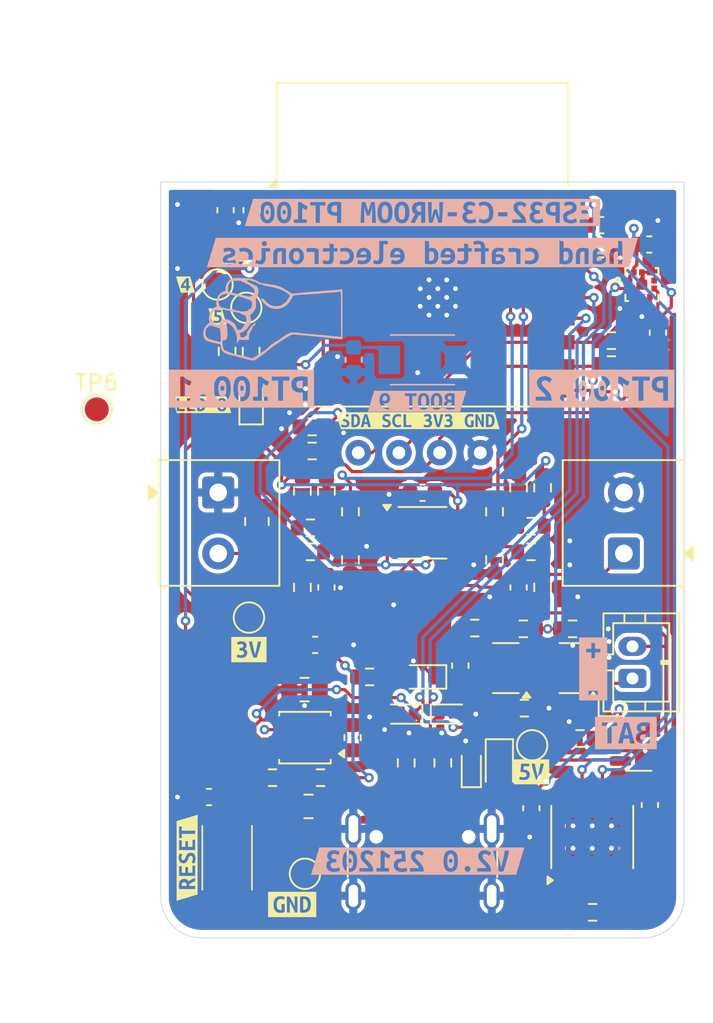
<source format=kicad_pcb>
(kicad_pcb (version 20241229) (generator "pcbnew") (generator_version "9.0")
  (title_block (comment 4 "AISLER Project ID: GSYNATTN"))
  (layers (0 "F.Cu" signal) (2 "B.Cu" signal) (13 "F.Paste" user) (15 "B.Paste" user) (5 "F.SilkS" user "F.Silkscreen") (7 "B.SilkS" user "B.Silkscreen") (1 "F.Mask" user) (3 "B.Mask" user) (25 "Edge.Cuts" user))
  (net 0 "")
  (net 1 "+5V")
  (net 2 "GND")
  (net 3 "+3.3V")
  (net 4 "/Controller/GPIO9")
  (net 5 "/Controller/EN")
  (net 6 "/Controller/USB-")
  (net 7 "Net-(D5-A)")
  (net 8 "/Controller/USB+")
  (net 9 "/Controller/GPIO8")
  (net 12 "Net-(J4-CC2)")
  (net 13 "Net-(J4-CC1)")
  (net 14 "/Power Supply/battery+")
  (net 15 "Net-(J2-Pin_1)")
  (net 16 "Net-(U4A--)")
  (net 17 "Net-(U4B--)")
  (net 18 "/Controller/PT100_2")
  (net 19 "/Controller/PT100_1")
  (net 20 "/Controller/SHDN1")
  (net 21 "/Controller/I2C_SDA")
  (net 22 "/Controller/I2C_SCL")
  (net 23 "USB5V")
  (net 24 "/Power Supply/battery-")
  (net 25 "Net-(U3-VCC)")
  (net 26 "Net-(Q1A-D)")
  (net 27 "Net-(Q1B-G)")
  (net 28 "Net-(Q1A-G)")
  (net 29 "Net-(U3-CS)")
  (net 30 "Net-(U6-ISET)")
  (net 31 "/Controller/CHARGING")
  (net 32 "/Controller/UBAT")
  (net 35 "Net-(U1-IO7)")
  (net 36 "Net-(D6-A)")
  (net 38 "Net-(U1-IO5)")
  (net 39 "/Controller/READY")
  (net 40 "Net-(U1-IO4)")
  (net 41 "Net-(U4A-+)")
  (net 42 "Net-(R10-Pad1)")
  (net 43 "Net-(U4B-+)")
  (net 44 "Net-(R13-Pad1)")
  (net 45 "Net-(U1-IO6)")
  (net 46 "Net-(J1-Pin_2)")
  (net 47 "Net-(U2-LX1)")
  (net 48 "Net-(U2-LX2)")
  (net 49 "Net-(U2-FB)")
  (net 50 "/Power Supply/PS")
  (footprint "Resistor_SMD:R_0603_1608Metric" (layer "F.Cu") (at 148.3 77.69 -90)
    (property "Reference" "R26" (hide yes))
    (property "Value" "3K3 .1%")
  )
  (footprint "Resistor_SMD:R_0603_1608Metric" (layer "F.Cu") (at 147.575 81.69 180)
    (property "Reference" "R14" (hide yes))
    (property "Value" "10K .1%")
  )
  (footprint "kibuzzard-68EE7166" (layer "F.Cu") (at 126 65)
    (property "Reference" "kibuzzard-68EE7166" (hide yes))
    (property "Value" "G***" (hide yes))
  )
  (footprint "Resistor_SMD:R_0603_1608Metric" (layer "F.Cu") (at 150.632915 93.344511 180)
    (property "Reference" "R32" (hide yes))
    (property "Value" "10K")
  )
  (footprint "Resistor_SMD:R_0603_1608Metric" (layer "F.Cu") (at 152.6 70)
    (property "Reference" "R22" (hide yes))
    (property "Value" "10k")
  )
  (footprint "Capacitor_SMD:C_0603_1608Metric" (layer "F.Cu") (at 128.5 60.358 -90)
    (property "Reference" "C4" (hide yes))
    (property "Value" "10u 10V")
  )
  (footprint "Resistor_SMD:R_0603_1608Metric" (layer "F.Cu") (at 137.5 89.5)
    (property "Reference" "R3" (hide yes))
    (property "Value" "5k1")
  )
  (footprint "Package_TO_SOT_SMD:SOT-23-3" (layer "F.Cu") (at 154.3 93.8)
    (property "Reference" "Q2" (hide yes))
    (property "Value" "DMG2305UX")
  )
  (footprint "Resistor_SMD:R_0603_1608Metric" (layer "F.Cu") (at 136.3 82.19 -90)
    (property "Reference" "R29" (hide yes))
    (property "Value" "1M .1%")
  )
  (footprint "kibuzzard-68E98065" (layer "F.Cu") (at 127 72.5)
    (property "Reference" "kibuzzard-68E98065" (hide yes))
    (property "Value" "G***" (hide yes))
  )
  (footprint "Connector_JST:JST_PH_B2B-PH-K_1x02_P2.00mm_Vertical" (layer "F.Cu") (at 153.91 89.592 90)
    (property "Reference" "J8" (hide yes))
    (property "Value" "Conn_01x02_Pin")
  )
  (footprint "Resistor_SMD:R_0603_1608Metric" (layer "F.Cu") (at 152.6 68.5)
    (property "Reference" "R23" (hide yes))
    (property "Value" "10k")
  )
  (footprint "Capacitor_SMD:C_0603_1608Metric" (layer "F.Cu") (at 134.1 87.5)
    (property "Reference" "C3" (hide yes))
    (property "Value" "100n")
  )
  (footprint "Capacitor_SMD:C_0603_1608Metric" (layer "F.Cu") (at 151.96 61.292)
    (property "Reference" "C1" (hide yes))
    (property "Value" "10n")
  )
  (footprint "Resistor_SMD:R_0603_1608Metric" (layer "F.Cu") (at 151.425 104.2)
    (property "Reference" "R16" (hide yes))
    (property "Value" "3K9")
  )
  (footprint "Capacitor_SMD:C_0603_1608Metric" (layer "F.Cu") (at 154.96 62.5)
    (property "Reference" "C15" (hide yes))
    (property "Value" "100n")
  )
  (footprint "Capacitor_SMD:C_0805_2012Metric" (layer "F.Cu") (at 133.435 90.292 180)
    (property "Reference" "C13" (hide yes))
    (property "Value" "20u 10V")
  )
  (footprint "_PS_LIB_PCB:Xunpu TS-1088" (layer "F.Cu") (at 128.6 100.792 90)
    (property "Reference" "SW2" (hide yes))
    (property "Value" "SW_MEC_5G")
  )
  (footprint "TestPoint:TestPoint_Pad_D1.5mm" (layer "F.Cu") (at 129.96 85.792)
    (property "Reference" "TP4" (hide yes))
    (property "Value" "TestPoint")
  )
  (footprint "TestPoint:TestPoint_Pad_D1.5mm" (layer "F.Cu") (at 133.46 101.792)
    (property "Reference" "TP3" (hide yes))
    (property "Value" "TestPoint")
  )
  (footprint "Resistor_SMD:R_0603_1608Metric" (layer "F.Cu") (at 139.784 94.87 90)
    (property "Reference" "R2" (hide yes))
    (property "Value" "5k1")
  )
  (footprint "Resistor_SMD:R_0603_1608Metric" (layer "F.Cu") (at 133.3 83.915 90)
    (property "Reference" "R27" (hide yes))
    (property "Value" "3K3 .1%")
  )
  (footprint "Resistor_SMD:R_0603_1608Metric" (layer "F.Cu") (at 150.175 86.5)
    (property "Reference" "R21" (hide yes))
    (property "Value" "100K")
  )
  (footprint "Resistor_SMD:R_0603_1608Metric" (layer "F.Cu") (at 130.1 69.175 90)
    (property "Reference" "R6" (hide yes))
    (property "Value" "5k1")
  )
  (footprint "Capacitor_SMD:C_0603_1608Metric" (layer "F.Cu") (at 130.132 60.358 -90)
    (property "Reference" "C5" (hide yes))
    (property "Value" "100n")
  )
  (footprint "Resistor_SMD:R_0603_1608Metric" (layer "F.Cu") (at 147.575 80.09 180)
    (property "Reference" "R13" (hide yes))
    (property "Value" "10K .1%")
  )
  (footprint "_PS_LIB_PCB:TerminalBlock_Phoenix_MKDS-1-2-3.81_1x02_P3.81mm_Horizontal" (layer "F.Cu") (at 153.3775 81.792 90)
    (property "Reference" "J2" (hide yes))
    (property "Value" "Conn_01x02_Socket")
  )
  (footprint "Resistor_SMD:R_0603_1608Metric" (layer "F.Cu") (at 134.8 77.89 90)
    (property "Reference" "R10" (hide yes))
    (property "Value" "91R .1%")
  )
  (footprint "Capacitor_SMD:C_0603_1608Metric" (layer "F.Cu") (at 147.6 97.7 -90)
    (property "Reference" "C6" (hide yes))
    (property "Value" "100n")
  )
  (footprint "Resistor_SMD:R_0603_1608Metric" (layer "F.Cu") (at 147.1 86.5)
    (property "Reference" "R20" (hide yes))
    (property "Value" "100K")
  )
  (footprint "BMP388:PQFN50P200X200X80-10N" (layer "F.Cu") (at 154.5 65)
    (property "Reference" "U8" (hide yes))
    (property "Value" "BMP388")
  )
  (footprint "Capacitor_SMD:C_0805_2012Metric" (layer "F.Cu") (at 133.680594 97.585267 180)
    (property "Reference" "C18" (hide yes))
    (property "Value" "20u 10V")
  )
  (footprint "Capacitor_SMD:C_0603_1608Metric" (layer "F.Cu") (at 155.5 68 -90)
    (property "Reference" "C16" (hide yes))
    (property "Value" "100n")
  )
  (footprint "RF_Module:ESP32-C3-WROOM-02" (layer "F.Cu") (at 140.8 65.608)
    (property "Reference" "U1" (hide yes))
    (property "Value" "ESP32-C3-WROOM-02")
  )
  (footprint "Diode_SMD:D_SOD-323" (layer "F.Cu") (at 145.6 95 -90)
    (property "Reference" "D2" (hide yes))
    (property "Value" "1N5819WS")
  )
  (footprint "Resistor_SMD:R_0603_1608Metric" (layer "F.Cu") (at 133.8 81.69)
    (property "Reference" "R9" (hide yes))
    (property "Value" "10K .1%")
  )
  (footprint "Resistor_SMD:R_0603_1608Metric" (layer "F.Cu") (at 145.3 82.19 -90)
    (property "Reference" "R12" (hide yes))
    (property "Value" "1M .1%")
  )
  (footprint "Diode_SMD:D_SOD-523" (layer "F.Cu") (at 139.53 91.822 180)
    (property "Reference" "D1" (hide yes))
    (property "Value" "LESD5D5.0CT1G")
  )
  (footprint "Resistor_SMD:R_0603_1608Metric" (layer "F.Cu") (at 133.908499 75.392901 180)
    (property "Reference" "R31" (hide yes))
    (property "Value" "10k")
  )
  (footprint "kibuzzard-679A5C2F" (layer "F.Cu") (at 126.1 100.792 90)
    (property "Reference" "kibuzzard-679A5C2F" (hide yes))
    (property "Value" "G***" (hide yes))
  )
  (footprint "Resistor_SMD:R_0603_1608Metric" (layer "F.Cu") (at 133.908499 73.892901)
    (property "Reference" "R30" (hide yes))
    (property "Value" "10k")
  )
  (footprint "Package_TO_SOT_SMD:SOT-23-6" (layer "F.Cu") (at 146 88.95 180)
    (property "Reference" "U3" (hide yes))
    (property "Value" "DW01A")
  )
  (footprint "Resistor_SMD:R_0603_1608Metric" (layer "F.Cu") (at 134.435 95.792 180)
    (property "Reference" "R33" (hide yes))
    (property "Value" "470K")
  )
  (footprint "Resistor_SMD:R_0603_1608Metric" (layer "F.Cu") (at 136.3 79.19 90)
    (property "Reference" "R17" (hide yes))
    (property "Value" "1M .1%")
  )
  (footprint "Resistor_SMD:R_0603_1608Metric" (layer "F.Cu") (at 144.0625 86.45 180)
    (property "Reference" "R7" (hide yes))
    (property "Value" "100R")
  )
  (footprint "Package_DFN_QFN:WDFN-10-1EP_3x3mm_P0.5mm_EP1.8x2.5mm" (layer "F.Cu") (at 133.46 93.292 180)
    (property "Reference" "U2" (hide yes))
    (property "Value" "RT6150A")
  )
  (footprint "kibuzzard-68E9870E" (layer "F.Cu") (at 147.608008 95.425975)
    (property "Reference" "kibuzzard-68E9870E" (hide yes))
    (property "Value" "G***" (hide yes))
  )
  (footprint "Resistor_SMD:R_0603_1608Metric" (layer "F.Cu") (at 133.3 77.89 -90)
    (property "Reference" "R28" (hide yes))
    (property "Value" "3K3 .1%")
  )
  (footprint "Resistor_SMD:R_0603_1608Metric" (layer "F.Cu") (at 128.6 69.175 -90)
    (property "Reference" "R5" (hide yes))
    (property "Value" "10k")
  )
  (footprint "Package_SO:SOIC-8-1EP_3.9x4.9mm_P1.27mm_EP2.41x3.3mm_ThermalVias" (layer "F.Cu") (at 151.4 99.5 90)
    (property "Reference" "U6" (hide yes))
    (property "Value" "TP4056")
  )
  (footprint "_PS_LIB_PCB:TerminalBlock_Phoenix_MKDS-1-2-3.81_1x02_P3.81mm_Horizontal" (layer "F.Cu") (at 128.0425 77.982 -90)
    (property "Reference" "J1" (hide yes))
    (property "Value" "Conn_01x02_Socket")
  )
  (footprint "LED_SMD:LED_0603_1608Metric" (layer "F.Cu") (at 140.8 89.5 180)
    (property "Reference" "D5" (hide yes))
    (property "Value" "LED Rot")
  )
  (footprint "kibuzzard-68EE716B" (layer "F.Cu") (at 128 67)
    (property "Reference" "kibuzzard-68EE716B" (hide yes))
    (property "Value" "G***" (hide yes))
  )
  (footprint "Resistor_SMD:R_0603_1608Metric" (layer "F.Cu") (at 148.3 83.915 90)
    (property "Reference" "R24" (hide yes))
    (property "Value" "3K3 .1%")
  )
  (footprint "Connector_USB:USB_C_Receptacle_GCT_USB4105-xx-A_16P_TopMnt_Horizontal" (layer "F.Cu") (at 140.8 102.092)
    (property "Reference" "J4" (hide yes))
    (property "Value" "USB_C_Receptacle_USB2.0_16P")
  )
  (footprint "LED_SMD:LED_0603_1608Metric" (layer "F.Cu") (at 130.1 72.2485 90)
    (property "Reference" "D6" (hide yes))
    (property "Value" "LED Blau")
  )
  (footprint "TestPoint:TestPoint_Pad_D1.5mm" (layer "F.Cu") (at 129.7987 66.449915)
    (property "Reference" "TP2" (hide yes))
    (property "Value" "TestPoint")
  )
  (footprint "Diode_SMD:D_SOD-523" (layer "F.Cu") (at 143.848 95.124 90)
    (property "Reference" "D4" (hide yes))
    (property "Value" "LESD5D5.0CT1G")
  )
  (footprint "Resistor_SMD:R_0603_1608Metric" (layer "F.Cu") (at 131.435 95.792 180)
    (property "Reference" "R34" (hide yes))
    (property "Value" "82K")
  )
  (footprint "Package_SO:VSSOP-10_3x3mm_P0.5mm" (layer "F.Cu") (at 140.8 80.5)
    (property "Reference" "U4" (hide yes))
    (property "Value" "TLV9002S")
  )
  (footprint "TestPoint:TestPoint_Pad_D1.5mm" (layer "F.Cu") (at 147.647283 93.766579)
    (property "Reference" "TP5" (hide yes))
    (property "Value" "TestPoint")
  )
  (footprint "Resistor_SMD:R_0603_1608Metric" (layer "F.Cu") (at 146.8 77.69 90)
    (property "Reference" "R15" (hide yes))
    (property "Value" "91R .1%")
  )
  (footprint "Resistor_SMD:R_0603_1608Metric" (layer "F.Cu") (at 145.3 79.19 90)
    (property "Reference" "R25" (hide yes))
    (property "Value" "1M .1%")
  )
  (footprint "Capacitor_SMD:C_0603_1608Metric" (layer "F.Cu") (at 134.8 83.915 -90)
    (property "Reference" "C11" (hide yes))
    (property "Value" "10n")
  )
  (footprint "Capacitor_SMD:C_0603_1608Metric" (layer "F.Cu") (at 151.96 62.792)
    (property "Reference" "C2" (hide yes))
    (property "Value" "10n")
  )
  (footprint "Resistor_SMD:R_0603_1608Metric" (layer "F.Cu") (at 142.07 94.87 90)
    (property "Reference" "R1" (hide yes))
    (property "Value" "5k1")
  )
  (footprint "Resistor_SMD:R_0805_2012Metric" (layer "F.Cu") (at 130.46 79.792 90)
    (property "Reference" "R35" (hide yes))
    (property "Value" "PT100")
  )
  (footprint "kibuzzard-68E980D7" (layer "F.Cu") (at 140.5 73.5)
    (property "Reference" "kibuzzard-68E980D7" (hide yes))
    (property "Value" "G***" (hide yes))
  )
  (footprint "Diode_SMD:D_SOD-523" (layer "F.Cu") (at 142.578 91.822)
    (property "Reference" "D3" (hide yes))
    (property "Value" "LESD5D5.0CT1G")
  )
  (footprint "TestPoint:TestPoint_Pad_D1.5mm" (layer "F.Cu") (at 128 65)
    (property "Reference" "TP1" (hide yes))
    (property "Value" "TestPoint")
  )
  (footprint "Inductor_SMD:L_0603_1608Metric" (layer "F.Cu") (at 136.435 93.292 -90)
    (property "Reference" "L1" (hide yes))
    (property "Value" "2u2")
  )
  (footprint "TestPoint:TestPoint_Pad_D1.5mm" (layer "F.Cu") (at 120.46 72.792)
    (property "Reference" "TP6")
    (property "Value" "TestPoint")
  )
  (footprint "Capacitor_SMD:C_0603_1608Metric" (layer "F.Cu") (at 127.46 97 180)
    (property "Reference" "C8" (hide yes))
    (property "Value" "100n")
  )
  (footprint "kibuzzard-68E986B5" (layer "F.Cu") (at 129.96 87.792)
    (property "Reference" "kibuzzard-68E986B5" (hide yes))
    (property "Value" "G***" (hide yes))
  )
  (footprint "Capacitor_SMD:C_0603_1608Metric" (layer "F.Cu") (at 146.8 83.915 -90)
    (property "Reference" "C12" (hide yes))
    (property "Value" "10n")
  )
  (footprint "Package_TO_SOT_SMD:SOT-23-6" (layer "F.Cu") (at 150.1625 88.95 180)
    (property "Reference" "Q1" (hide yes))
    (property "Value" "Dual_NMOS_8205A")
  )
  (footprint "Resistor_SMD:R_0603_1608Metric" (layer "F.Cu") (at 147.1625 91.45)
    (property "Reference" "R8" (hide yes))
    (property "Value" "1K")
  )
  (footprint "kibuzzard-68E986EB" (layer "F.Cu") (at 132.662375 103.707453)
    (property "Reference" "kibuzzard-68E986EB" (hide yes))
    (property "Value" "G***" (hide yes))
  )
  (footprint "Capacitor_SMD:C_0603_1608Metric" (layer "F.Cu") (at 143.16 88.792 -90)
    (property "Reference" "C9" (hide yes))
    (property "Value" "100n")
  )
  (footprint "Resistor_SMD:R_0603_1608Metric" (layer "F.Cu") (at 133.8 80.19)
    (property "Reference" "R11" (hide yes))
    (property "Value" "10K .1%")
  )
  (footprint "Capacitor_SMD:C_0603_1608Metric" (layer "F.Cu") (at 155 97.5 -90)
    (property "Reference" "C17" (hide yes))
    (property "Value" "10u 10V")
  )
  (footprint "Resistor_SMD:R_0603_1608Metric" (layer "F.Cu") (at 129.5 62.97547 180)
    (property "Reference" "R4" (hide yes))
    (property "Value" "10k")
  )
  (footprint "Capacitor_SMD:C_0603_1608Metric" (layer "F.Cu") (at 140.8 78 180)
    (property "Reference" "C10" (hide yes))
    (property "Value" "100n")
  )
  (footprint "Capacitor_SMD:C_0603_1608Metric" (layer "B.Cu") (at 136.5 69.7 -90)
    (property "Reference" "C7" (hide yes))
    (property "Value" "100n")
  )
  (footprint "_PS_LIB_PCB:Xunpu TS-1088" (layer "B.Cu") (at 140.8 69.7 180)
    (property "Reference" "SW1" (hide yes))
    (property "Value" "SW_MEC_5G")
  )
  (footprint "kibuzzard-68E97F46" (layer "B.Cu") (at 140.46 72.292 180)
    (property "Reference" "kibuzzard-68E97F46" (hide yes))
    (property "Value" "G***" (hide yes))
  )
  (footprint "kibuzzard-69307756" (layer "B.Cu") (at 151.46 89 180)
    (property "Reference" "kibuzzard-69307756" (hide yes))
    (property "Value" "G***" (hide yes))
  )
  (footprint "kibuzzard-679A571E" (layer "B.Cu") (at 140.8 63 180)
    (property "Reference" "kibuzzard-679A571E" (hide yes))
    (property "Value" "G***" (hide yes))
  )
  (footprint "kibuzzard-68E983D3" (layer "B.Cu") (at 129.5 71.5 180)
    (property "Reference" "kibuzzard-68E983D3" (hide yes))
    (property "Value" "G***" (hide yes))
  )
  (footprint "kibuzzard-68E983DB" (layer "B.Cu") (at 152 71.5 180)
    (property "Reference" "kibuzzard-68E983DB" (hide yes))
    (property "Value" "G***" (hide yes))
  )
  (footprint "kibuzzard-68E9848D" (layer "B.Cu") (at 140.8 60.5 180)
    (property "Reference" "kibuzzard-68E9848D" (hide yes))
    (property "Value" "G***" (hide yes))
  )
  (footprint "_PS_LIB_PCB:Faust_logo" (layer "B.Cu") (at 131.5 67 -90)
    (property "Reference" "G***" (hide yes))
    (property "Value" "LOGO" (hide yes))
  )
  (footprint "_PS_LIB_PCB:SSD1306_0.96_Oled" (layer "B.Cu") (at 140.6 87 180)
    (property "Reference" "U5" (hide yes))
    (property "Value" "OLED_SSD1306")
  )
  (footprint "kibuzzard-6930773F" (layer "B.Cu") (at 140.5 101 180)
    (property "Reference" "kibuzzard-6930773F" (hide yes))
    (property "Value" "G***" (hide yes))
  )
  (footprint "kibuzzard-68E985AE" (layer "B.Cu") (at 153.5 93 180)
    (property "Reference" "kibuzzard-68E985AE" (hide yes))
    (property "Value" "G***" (hide yes))
  )
  (gr_line (start 124.46 58.592) (end 157.14 58.592) (stroke (width 0.05)) (layer "Edge.Cuts"))
  (gr_arc (start 127 105.792) (mid 125.203949 105.048051) (end 124.46 103.252) (stroke (width 0.05)) (layer "Edge.Cuts"))
  (gr_line (start 154.6 105.792) (end 127 105.792) (stroke (width 0.05)) (layer "Edge.Cuts"))
  (gr_line (start 124.46 103.252) (end 124.46 58.592) (stroke (width 0.05)) (layer "Edge.Cuts"))
  (gr_arc (start 157.14 103.252) (mid 156.396051 105.048051) (end 154.6 105.792) (stroke (width 0.05)) (layer "Edge.Cuts"))
  (gr_line (start 157.14 58.592) (end 157.14 103.252) (stroke (width 0.05)) (layer "Edge.Cuts"))
  (segment (start 145.6 93.6) (end 145.6 93.95) (width 0.2) (layer "F.Cu") (net 1))
  (segment (start 131.183943 93.393) (end 130.686057 93.393) (width 0.2) (layer "F.Cu") (net 1))
  (segment (start 142.716067 92.643275) (end 144.643275 92.643275) (width 0.2) (layer "F.Cu") (net 1))
  (segment (start 139.46 90.792) (end 136.435 90.792) (width 0.2) (layer "F.Cu") (net 1))
  (segment (start 147.647283 93.766579) (end 148.330704 94.45) (width 0.2) (layer "F.Cu") (net 1))
  (segment (start 134.935 90.842) (end 134.935 92.292) (width 0.2) (layer "F.Cu") (net 1))
  (segment (start 130.334 92.543057) (end 130.686057 92.191) (width 0.2) (layer "F.Cu") (net 1))
  (segment (start 131.985 93.292) (end 131.284943 93.292) (width 0.2) (layer "F.Cu") (net 1))
  (segment (start 146.05 93.5) (end 145.6 93.95) (width 0.2) (layer "F.Cu") (net 1))
  (segment (start 148.330704 94.45) (end 148.571704 94.691) (width 0.2) (layer "F.Cu") (net 1))
  (segment (start 130.435 91.792) (end 130.686057 92.043057) (width 0.2) (layer "F.Cu") (net 1))
  (segment (start 130.334 93.040943) (end 130.334 92.543057) (width 0.2) (layer "F.Cu") (net 1))
  (segment (start 148.330704 94.45) (end 147.380704 93.5) (width 0.2) (layer "F.Cu") (net 1))
  (segment (start 131.284943 93.292) (end 131.183943 93.393) (width 0.2) (layer "F.Cu") (net 1))
  (segment (start 148.571704 94.691) (end 152.9215 94.691) (width 0.2) (layer "F.Cu") (net 1))
  (segment (start 130.686057 92.043057) (end 130.686057 92.191) (width 0.2) (layer "F.Cu") (net 1))
  (segment (start 131.435 92.292) (end 131.334 92.191) (width 0.2) (layer "F.Cu") (net 1))
  (segment (start 147.380704 93.5) (end 146.05 93.5) (width 0.2) (layer "F.Cu") (net 1))
  (segment (start 131.985 92.292) (end 131.435 92.292) (width 0.2) (layer "F.Cu") (net 1))
  (segment (start 144.643275 92.643275) (end 145.6 93.6) (width 0.2) (layer "F.Cu") (net 1))
  (segment (start 131.334 92.191) (end 130.686057 92.191) (width 0.2) (layer "F.Cu") (net 1))
  (segment (start 136.435 90.792) (end 135.935 90.292) (width 0.2) (layer "F.Cu") (net 1))
  (segment (start 135.935 90.292) (end 134.385 90.292) (width 0.2) (layer "F.Cu") (net 1))
  (segment (start 130.686057 93.393) (end 130.334 93.040943) (width 0.2) (layer "F.Cu") (net 1))
  (segment (start 134.385 90.292) (end 134.935 90.842) (width 0.2) (layer "F.Cu") (net 1))
  (via (at 139.46 90.792) (size 0.6) (drill 0.3) (layers "F.Cu" "B.Cu") (net 1))
  (via (at 142.716067 92.643275) (size 0.6) (drill 0.3) (layers "F.Cu" "B.Cu") (net 1))
  (via (at 135.435 90.292) (size 0.6) (drill 0.3) (layers "F.Cu" "B.Cu") (net 1))
  (via (at 130.435 91.792) (size 0.6) (drill 0.3) (layers "F.Cu" "B.Cu") (net 1))
  (segment (start 140.972295 92.304295) (end 142.377087 92.304295) (width 0.2) (layer "B.Cu") (net 1))
  (segment (start 131.96 90.292) (end 135.46 90.292) (width 0.2) (layer "B.Cu") (net 1))
  (segment (start 130.46 91.792) (end 131.96 90.292) (width 0.2) (layer "B.Cu") (net 1))
  (segment (start 142.377087 92.304295) (end 142.716067 92.643275) (width 0.2) (layer "B.Cu") (net 1))
  (segment (start 139.46 90.792) (end 140.972295 92.304295) (width 0.2) (layer "B.Cu") (net 1))
  (segment (start 155 66.3579) (end 154.42895 66.92895) (width 0.2) (layer "F.Cu") (net 2))
  (segment (start 152.035 103.985) (end 152.25 104.2) (width 0.2) (layer "F.Cu") (net 2))
  (segment (start 126.825 97) (end 125.5 97) (width 0.2) (layer "F.Cu") (net 2))
  (segment (start 155.735 63.5) (end 155.735 61.235) (width 0.2) (layer "F.Cu") (net 2))
  (segment (start 140.025 78) (end 140.025 80.333824) (width 0.2) (layer "F.Cu") (net 2))
  (segment (start 140.025 80.333824) (end 139.358824 81) (width 0.2) (layer "F.Cu") (net 2))
  (segment (start 134.8 84.69) (end 134.8 84.515) (width 0.2) (layer "F.Cu") (net 2))
  (segment (start 143.848 93.848) (end 143.5 93.5) (width 0.2) (layer "F.Cu") (net 2))
  (segment (start 139.784 93.175) (end 139.959 93) (width 0.2) (layer "F.Cu") (net 2))
  (segment (start 155.735 61.235) (end 155.5 61) (width 0.2) (layer "F.Cu") (net 2))
  (segment (start 143.848 94.424) (end 143.848 93.848) (width 0.2) (layer "F.Cu") (net 2))
  (segment (start 140.228999 88.5) (end 140.5 88.5) (width 0.2) (layer "F.Cu") (net 2))
  (segment (start 132.96 93.792) (end 133.46 93.292) (width 0.2) (layer "F.Cu") (net 2))
  (segment (start 155.1 98.25) (end 154.55 98.8) (width 0.2) (layer "F.Cu") (net 2))
  (segment (start 154.42895 66.92895) (end 154.5 67) (width 0.2) (layer "F.Cu") (net 2))
  (segment (start 131.985 93.792) (end 132.96 93.792) (width 0.2) (layer "F.Cu") (net 2))
  (segment (start 142.07 93.07) (end 142 93) (width 0.2) (layer "F.Cu") (net 2))
  (segment (start 155 64.235) (end 155.735 63.5) (width 0.2) (layer "F.Cu") (net 2))
  (segment (start 151.5 86.5) (end 152.4 86.5) (width 0.2) (layer "F.Cu") (net 2))
  (segment (start 138.6 81) (end 137.654907 81) (width 0.2) (layer "F.Cu") (net 2))
  (segment (start 154.5 64.235) (end 155 64.235) (width 0.2) (layer "F.Cu") (net 2))
  (segment (start 140.5 88.5) (end 141.5 89.5) (width 0.2) (layer "F.Cu") (net 2))
  (segment (start 154.55 98.8) (end 152.6 98.8) (width 0.2) (layer "F.Cu") (net 2))
  (segment (start 134.8 76.865) (end 134.489064 76.865) (width 0.2) (layer "F.Cu") (net 2))
  (segment (start 139.784 94.045) (end 139.784 93.175) (width 0.2) (layer "F.Cu") (net 2))
  (segment (start 136.6 87.4) (end 136.5 87.5) (width 0.2) (layer "F.Cu") (net 2))
  (segment (start 154 65.765) (end 153.856493 65.765) (width 0.2) (layer "F.Cu") (net 2))
  (segment (start 147.6 99.4) (end 147.5 99.5) (width 0.2) (layer "F.Cu") (net 2))
  (segment (start 142.07 94.045) (end 142.07 93.07) (width 0.2) (layer "F.Cu") (net 2))
  (segment (start 153.856493 65.765) (end 153.121493 66.5) (width 0.2) (layer "F.Cu") (net 2))
  (segment (start 134.875 87.5) (end 136.5 87.5) (width 0.2) (layer "F.Cu") (net 2))
  (segment (start 152.035 100.765) (end 152.035 103.985) (width 0.2) (layer "F.Cu") (net 2))
  (segment (start 134.935 93.292) (end 133.46 93.292) (width 0.2) (layer "F.Cu") (net 2))
  (segment (start 137.654907 81) (end 137.310396 81.344511) (width 0.2) (layer "F.Cu") (net 2))
  (segment (start 144.322 91.822) (end 143.278 91.822) (width 0.2) (layer "F.Cu") (net 2))
  (segment (start 152.6 100.2) (end 152.035 100.765) (width 0.2) (layer "F.Cu") (net 2))
  (segment (start 139.358824 81) (end 138.6 81) (width 0.2) (layer "F.Cu") (net 2))
  (segment (start 147.6 98.475) (end 147.6 99.4) (width 0.2) (layer "F.Cu") (net 2))
  (segment (start 138.83 91.822) (end 137.678 91.822) (width 0.2) (layer "F.Cu") (net 2))
  (segment (start 137.678 91.822) (end 137.5 92) (width 0.2) (layer "F.Cu") (net 2))
  (segment (start 155 65.765) (end 155 66.3579) (width 0.2) (layer "F.Cu") (net 2))
  (segment (start 141.5 89.5) (end 141.5875 89.5) (width 0.2) (layer "F.Cu") (net 2))
  (via (at 150 82.5) (size 0.6) (drill 0.3) (layers "F.Cu" "B.Cu") (net 2))
  (via (at 154.5 67) (size 0.6) (drill 0.3) (layers "F.Cu" "B.Cu") (net 2))
  (via (at 137.5 92) (size 0.6) (drill 0.3) (layers "F.Cu" "B.Cu") (net 2))
  (via (at 135.5 69.5) (size 0.6) (drill 0.3) (layers "F.Cu" "B.Cu") (net 2))
  (via (at 150.5 84.5) (size 0.6) (drill 0.3) (layers "F.Cu" "B.Cu") (net 2))
  (via (at 150.182061 87.532987) (size 0.6) (drill 0.3) (layers "F.Cu" "B.Cu") (net 2))
  (via (at 133.5 72.5) (size 0.6) (drill 0.3) (layers "F.Cu" "B.Cu") (net 2))
  (via (at 132 74) (size 0.6) (drill 0.3) (layers "F.Cu" "B.Cu") (net 2))
  (via (at 133.5 71.5) (size 0.6) (drill 0.3) (layers "F.Cu" "B.Cu") (net 2))
  (via (at 143.5 93.5) (size 0.6) (drill 0.3) (layers "F.Cu" "B.Cu") (net 2))
  (via (at 145 84.5) (size 0.6) (drill 0.3) (layers "F.Cu" "B.Cu") (net 2))
  (via (at 139 85) (size 0.6) (drill 0.3) (layers "F.Cu" "B.Cu") (net 2))
  (via (at 125.5 64) (size 0.6) (drill 0.3) (layers "F.Cu" "B.Cu") (net 2))
  (via (at 139.959 93) (size 0.6) (drill 0.3) (layers "F.Cu" "B.Cu") (net 2))
  (via (at 152.4 86.5) (size 0.6) (drill 0.3) (layers "F.Cu" "B.Cu") (net 2))
  (via (at 136.5 87.5) (size 0.6) (drill 0.3) (layers "F.Cu" "B.Cu") (net 2))
  (via (at 140.5 70.5) (size 0.6) (drill 0.3) (layers "F.Cu" "B.Cu") (net 2))
  (via (at 133.435 91.292) (size 0.6) (drill 0.3) (layers "F.Cu" "B.Cu") (net 2))
  (via (at 152.46 88.292) (size 0.6) (drill 0.3) (layers "F.Cu" "B.Cu") (net 2))
  (via (at 140.228999 88.5) (size 0.6) (drill 0.3) (layers "F.Cu" "B.Cu") (net 2))
  (via (at 152.46 87.292) (size 0.6) (drill 0.3) (layers "F.Cu" "B.Cu") (net 2))
  (via (at 135.871957 74.255504) (size 0.6) (drill 0.3) (layers "F.Cu" "B.Cu") (net 2))
  (via (at 144.122 91.822) (size 0.6) (drill 0.3) (layers "F.Cu" "B.Cu") (net 2))
  (via (at 142 93) (size 0.6) (drill 0.3) (layers "F.Cu" "B.Cu") (net 2))
  (via (at 138.435 92.792) (size 0.6) (drill 0.3) (layers "F.Cu" "B.Cu") (net 2))
  (via (at 144 82.5) (size 0.6) (drill 0.3) (layers "F.Cu" "B.Cu") (net 2))
  (via (at 149.96 92.292) (size 0.6) (drill 0.3) (layers "F.Cu" "B.Cu") (net 2))
  (via (at 147.5 99.5) (size 0.6) (drill 0.3) (layers "F.Cu" "B.Cu") (net 2))
  (via (at 153.121493 66.5) (size 0.6) (drill 0.3) (layers "F.Cu" "B.Cu") (net 2))
  (via (at 148.7 91.45) (size 0.6) (drill 0.3) (layers "F.Cu" "B.Cu") (net 2))
  (via (at 150 81) (size 0.6) (drill 0.3) (layers "F.Cu" "B.Cu") (net 2))
  (via (at 125.5 60) (size 0.6) (drill 0.3) (layers "F.Cu" "B.Cu") (net 2))
  (via (at 135.679852 83.926756) (size 0.6) (drill 0.3) (layers "F.Cu" "B.Cu") (net 2))
  (via (at 138.713985 78.1) (size 0.6) (drill 0.3) (layers "F.Cu" "B.Cu") (net 2))
  (via (at 129.321378 61.141146) (size 0.6) (drill 0.3) (layers "F.Cu" "B.Cu") (net 2))
  (via (at 132.5 73) (size 0.6) (drill 0.3) (layers "F.Cu" "B.Cu") (net 2))
  (via (at 137.310396 81.344511) (size 0.6) (drill 0.3) (layers "F.Cu" "B.Cu") (net 2))
  (via (at 155.5 61) (size 0.6) (drill 0.3) (layers "F.Cu" "B.Cu") (net 2))
  (via (at 125.5 97) (size 0.6) (drill 0.3) (layers "F.Cu" "B.Cu") (net 2))
  (segment (start 133.1 77.065) (end 132.435 77.065) (width 0.2) (layer "F.Cu") (net 3))
  (segment (start 154.185 62.5) (end 154 62.315) (width 0.2) (layer "F.Cu") (net 3))
  (segment (start 134.935 95.467) (end 135.26 95.792) (width 0.2) (layer "F.Cu") (net 3))
  (segment (start 155.5 67.225) (end 154.225 68.5) (width 0.2) (layer "F.Cu") (net 3))
  (segment (start 144.353 83.899) (end 144.246 83.792) (width 0.2) (layer "F.Cu") (net 3))
  (segment (start 132.103767 76.255867) (end 132 76.359634) (width 0.2) (layer "F.Cu") (net 3))
  (segment (start 136.675 89.5) (end 135.451 88.276) (width 0.2) (layer "F.Cu") (net 3))
  (segment (start 155.5 65.485) (end 155.265 65.25) (width 0.2) (layer "F.Cu") (net 3))
  (segment (start 132.435 77.065) (end 132 77.5) (width 0.2) (layer "F.Cu") (net 3))
  (segment (start 130.04 59.675) (end 130.132 59.583) (width 0.2) (layer "F.Cu") (net 3))
  (segment (start 127.5 85.5) (end 126 84) (width 0.2) (layer "F.Cu") (net 3))
  (segment (start 134.109 85.441) (end 135.884 85.441) (width 0.2) (layer "F.Cu") (net 3))
  (segment (start 141.575 80.765) (end 141.575 78) (width 0.2) (layer "F.Cu") (net 3))
  (segment (start 133.408 84.74) (end 134.109 85.441) (width 0.2) (layer "F.Cu") (net 3))
  (segment (start 148.012 84.74) (end 148.3 84.74) (width 0.2) (layer "F.Cu") (net 3))
  (segment (start 136.675 89.235) (end 136.675 89.5) (width 0.2) (layer "F.Cu") (net 3))
  (segment (start 138.15 84.19) (end 139.92 82.42) (width 0.2) (layer "F.Cu") (net 3))
  (segment (start 131.875 87.5) (end 133.325 87.5) (width 0.2) (layer "F.Cu") (net 3))
  (segment (start 135.26 95.792) (end 137.385 95.792) (width 0.2) (layer "F.Cu") (net 3))
  (segment (start 153.425 72.075) (end 152.5 73) (width 0.2) (layer "F.Cu") (net 3))
  (segment (start 135.26 96.955861) (end 135.26 95.792) (width 0.2) (layer "F.Cu") (net 3))
  (segment (start 147.459 83.899) (end 144.353 83.899) (width 0.2) (layer "F.Cu") (net 3))
  (segment (start 143 78.5) (end 143 79.5) (width 0.2) (layer "F.Cu") (net 3))
  (segment (start 139.92 82.42) (end 141.575 80.765) (width 0.2) (layer "F.Cu") (net 3))
  (segment (start 128.57353 63) (end 128.549 62.97547) (width 0.2) (layer "F.Cu") (net 3))
  (segment (start 126 84) (end 126 75.3521) (width 0.2) (layer "F.Cu") (net 3))
  (segment (start 153.735 64.75) (end 153.735 64.5) (width 0.2) (layer "F.Cu") (net 3))
  (segment (start 156.34 65.5) (end 156.34 66.385) (width 0.2) (layer "F.Cu") (net 3))
  (segment (start 128.6 70) (end 126.5 67.9) (width 0.2) (layer "F.Cu") (net 3))
  (segment (start 139.970436 82.42) (end 139.92 82.42) (width 0.2) (layer "F.Cu") (net 3))
  (segment (start 153.425 68.5) (end 153.425 70) (width 0.2) (layer "F.Cu") (net 3))
  (segment (start 156.34 66.385) (end 155.5 67.225) (width 0.2) (layer "F.Cu") (net 3))
  (segment (start 137.385 95.792) (end 137.46 95.792) (width 0.2) (layer "F.Cu") (net 3))
  (segment (start 134.935 94.292) (end 134.935 95.467) (width 0.2) (layer "F.Cu") (net 3))
  (segment (start 140.690854 76.679146) (end 141.87 75.5) (width 0.2) (layer "F.Cu") (net 3))
  (segment (start 126.5 67.9) (end 126.5 64.224) (width 0.2) (layer "F.Cu") (net 3))
  (segment (start 126 75.3521) (end 128.6 72.7521) (width 0.2) (layer "F.Cu") (net 3))
  (segment (start 127.724 63) (end 127.724 60.359) (width 0.2) (layer "F.Cu") (net 3))
  (segment (start 154.225 68.5) (end 153.425 68.5) (width 0.2) (layer "F.Cu") (net 3))
  (segment (start 153.735 64.5) (end 154 64.235) (width 0.2) (layer "F.Cu") (net 3))
  (segment (start 154 62.315) (end 154 61.5) (width 0.2) (layer "F.Cu") (net 3))
  (segment (start 154 63.95311) (end 154.185 63.76811) (width 0.2) (layer "F.Cu") (net 3))
  (segment (start 135.451 88.276) (end 134.101 88.276) (width 0.2) (layer "F.Cu") (net 3))
  (segment (start 148.3 84.74) (end 147.459 83.899) (width 0.2) (layer "F.Cu") (net 3))
  (segment (start 134.101 88.276) (end 133.325 87.5) (width 0.2) (layer "F.Cu") (net 3))
  (segment (start 132 76.359634) (end 132 77.5) (width 0.2) (layer "F.Cu") (net 3))
  (segment (start 128.6 70) (end 128.6 72.7521) (width 0.2) (layer "F.Cu") (net 3))
  (segment (start 128.5 59.583) (end 130.132 59.583) (width 0.2) (layer "F.Cu") (net 3))
  (segment (start 154.185 63.76811) (end 154.185 62.5) (width 0.2) (layer "F.Cu") (net 3))
  (segment (start 129.875 85.5) (end 127.5 85.5) (width 0.2) (layer "F.Cu") (net 3))
  (segment (start 143.5 73) (end 141.87 74.63) (width 0.2) (layer "F.Cu") (net 3))
  (segment (start 144.246 83.792) (end 141.342436 83.792) (width 0.2) (layer "F.Cu") (net 3))
  (segment (start 127.74853 62.97547) (end 127.724 63) (width 0.2) (layer "F.Cu") (net 3))
  (segment (start 141.87 74.63) (end 141.87 75.5) (width 0.2) (layer "F.Cu") (net 3))
  (segment (start 131.875 87.5) (end 129.875 85.5) (width 0.2) (layer "F.Cu") (net 3))
  (segment (start 141.575 78) (end 142.5 78) (width 0.2) (layer "F.Cu") (net 3))
  (segment (start 137.135 84.19) (end 136.6 84.725) (width 0.2) (layer "F.Cu") (net 3))
  (segment (start 133.3 84.74) (end 133.408 84.74) (width 0.2) (layer "F.Cu") (net 3))
  (segment (start 130.157 59.608) (end 130.132 59.583) (width 0.2) (layer "F.Cu") (net 3))
  (segment (start 148.3 76.2) (end 148.5 76) (width 0.2) (layer "F.Cu") (net 3))
  (segment (start 135.988817 76.255867) (end 136.412096 76.679146) (width 0.2) (layer "F.Cu") (net 3))
  (segment (start 135.884 85.441) (end 136.6 84.725) (width 0.2) (layer "F.Cu") (net 3))
  (segment (start 131.81 59.608) (end 130.157 59.608) (width 0.2) (layer "F.Cu") (net 3))
  (segment (start 136.412096 76.679146) (end 140.690854 76.679146) (width 0.2) (layer "F.Cu") (net 3))
  (segment (start 132.103767 76.255867) (end 135.988817 76.255867) (width 0.2) (layer "F.Cu") (net 3))
  (segment (start 141.342436 83.792) (end 139.970436 82.42) (width 0.2) (layer "F.Cu") (net 3))
  (segment (start 152.5 73) (end 143.5 73) (width 0.2) (layer "F.Cu") (net 3))
  (segment (start 128.6 72.7521) (end 132.103767 76.255867) (width 0.2) (layer "F.Cu") (net 3))
  (segment (start 155.5 67.225) (end 155.5 65.485) (width 0.2) (layer "F.Cu") (net 3))
  (segment (start 133.3 76.865) (end 133.1 77.065) (width 0.2) (layer "F.Cu") (net 3))
  (segment (start 126.5 64.224) (end 127.724 63) (width 0.2) (layer "F.Cu") (net 3))
  (segment (start 154 64.235) (end 154 63.95311) (width 0.2) (layer "F.Cu") (net 3))
  (segment (start 127.724 60.359) (end 128.5 59.583) (width 0.2) (layer "F.Cu") (net 3))
  (segment (start 148.3 76.865) (end 148.3 76.2) (width 0.2) (layer "F.Cu") (net 3))
  (segment (start 128.675 62.97547) (end 127.74853 62.97547) (width 0.2) (layer "F.Cu") (net 3))
  (segment (start 142.5 78) (end 143 78.5) (width 0.2) (layer "F.Cu") (net 3))
  (segment (start 153.425 70) (end 153.425 72.075) (width 0.2) (layer "F.Cu") (net 3))
  (segment (start 134.630594 97.585267) (end 135.26 96.955861) (width 0.2) (layer "F.Cu") (net 3))
  (segment (start 138.15 84.19) (end 137.135 84.19) (width 0.2) (layer "F.Cu") (net 3))
  (via (at 137.46 95.792) (size 0.6) (drill 0.3) (layers "F.Cu" "B.Cu") (net 3))
  (via (at 143 78.5) (size 0.6) (drill 0.3) (layers "F.Cu" "B.Cu") (net 3))
  (via (at 135.9635 88.7885) (size 0.6) (drill 0.3) (layers "F.Cu" "B.Cu") (net 3))
  (via (at 132 77.5) (size 0.6) (drill 0.3) (layers "F.Cu" "B.Cu") (net 3))
  (via (at 156.34 65.5) (size 0.6) (drill 0.3) (layers "F.Cu" "B.Cu") (net 3))
  (via (at 148.5 76) (size 0.6) (drill 0.3) (layers "F.Cu" "B.Cu") (net 3))
  (via (at 154 61.5) (size 0.6) (drill 0.3) (layers "F.Cu" "B.Cu") (net 3))
  (segment (start 154 61.5) (end 154 63.16) (width 0.2) (layer "B.Cu") (net 3))
  (segment (start 143 78.5) (end 143 77.5) (width 0.2) (layer "B.Cu") (net 3))
  (segment (start 154 63.16) (end 156.34 65.5) (width 0.2) (layer "B.Cu") (net 3))
  (segment (start 135.9635 88.7955) (end 135.9635 88.7885) (width 0.2) (layer "B.Cu") (net 3))
  (segment (start 132 77.5) (end 143 77.5) (width 0.2) (layer "B.Cu") (net 3))
  (segment (start 137.46 95.792) (end 136.46 94.792) (width 0.2) (layer "B.Cu") (net 3))
  (segment (start 143 77.5) (end 147 77.5) (width 0.2) (layer "B.Cu") (net 3))
  (segment (start 136.46 94.792) (end 136.46 89.292) (width 0.2) (layer "B.Cu") (net 3))
  (segment (start 136.46 89.292) (end 135.9635 88.7955) (width 0.2) (layer "B.Cu") (net 3))
  (segment (start 147 77.5) (end 148.5 76) (width 0.2) (layer "B.Cu") (net 3))
  (segment (start 133.5 70) (end 132.158 70) (width 0.2) (layer "F.Cu") (net 4))
  (segment (start 132.158 70) (end 132.05 70.108) (width 0.2) (layer "F.Cu") (net 4))
  (via (at 133.5 70) (size 0.6) (drill 0.3) (layers "F.Cu" "B.Cu") (net 4))
  (segment (start 138.725 69.7) (end 137.95 68.925) (width 0.2) (layer "B.Cu") (net 4))
  (segment (start 137.95 68.925) (end 136.5 68.925) (width 0.2) (layer "B.Cu") (net 4))
  (segment (start 134.708 68.792) (end 136.367 68.792) (width 0.2) (layer "B.Cu") (net 4))
  (segment (start 133.5 70) (end 134.708 68.792) (width 0.2) (layer "B.Cu") (net 4))
  (segment (start 136.367 68.792) (end 136.5 68.925) (width 0.2) (layer "B.Cu") (net 4))
  (segment (start 131.748 61.108) (end 130.325 62.531) (width 0.2) (layer "F.Cu") (net 5))
  (segment (start 128.6 98.717) (end 128.6 97.365) (width 0.2) (layer "F.Cu") (net 5))
  (segment (start 130.325 62.531) (end 130.325 63.675) (width 0.2) (layer "F.Cu") (net 5))
  (segment (start 128.235 96.067) (end 126 93.832) (width 0.2) (layer "F.Cu") (net 5))
  (segment (start 128.235 97) (end 128.235 96.067) (width 0.2) (layer "F.Cu") (net 5))
  (segment (start 126 93.832) (end 126 86) (width 0.2) (layer "F.Cu") (net 5))
  (segment (start 130.325 63.675) (end 130 64) (width 0.2) (layer "F.Cu") (net 5))
  (segment (start 128.6 97.365) (end 128.235 97) (width 0.2) (layer "F.Cu") (net 5))
  (segment (start 132.05 61.108) (end 131.748 61.108) (width 0.2) (layer "F.Cu") (net 5))
  (via (at 130 64) (size 0.6) (drill 0.3) (layers "F.Cu" "B.Cu") (net 5))
  (via (at 126 86) (size 0.6) (drill 0.3) (layers "F.Cu" "B.Cu") (net 5))
  (segment (start 130 64) (end 128 64) (width 0.2) (layer "B.Cu") (net 5))
  (segment (start 126 66) (end 126 86) (width 0.2) (layer "B.Cu") (net 5))
  (segment (start 128 64) (end 126 66) (width 0.2) (layer "B.Cu") (net 5))
  (segment (start 140.78241 97.537) (end 141.05 97.80459) (width 0.2) (layer "F.Cu") (net 6))
  (segment (start 140.05 98.412) (end 140.05 97.80459) (width 0.2) (layer "F.Cu") (net 6))
  (segment (start 140.23 91.822) (end 140.559 92.151) (width 0.2) (layer "F.Cu") (net 6))
  (segment (start 140.05 97.80459) (end 140.31759 97.537) (width 0.2) (layer "F.Cu") (net 6))
  (segment (start 140.559 92.151) (end 140.559 97.524) (width 0.2) (layer "F.Cu") (net 6))
  (segment (start 151 67.108) (end 149.31 67.108) (width 0.2) (layer "F.Cu") (net 6))
  (segment (start 140.828999 90.956184) (end 140.629 90.756185) (width 0.2) (layer "F.Cu") (net 6))
  (segment (start 140.23 91.822) (end 140.828999 91.223001) (width 0.2) (layer "F.Cu") (net 6))
  (segment (start 140.23 92.014) (end 140.23 91.822) (width 0.2) (layer "F.Cu") (net 6))
  (segment (start 141.05 97.80459) (end 141.05 98.412) (width 0.2) (layer "F.Cu") (net 6))
  (segment (start 140.828999 91.223001) (end 140.828999 90.956184) (width 0.2) (layer "F.Cu") (net 6))
  (segment (start 140.546 97.537) (end 140.78241 97.537) (width 0.2) (layer "F.Cu") (net 6))
  (segment (start 140.31759 97.537) (end 140.546 97.537) (width 0.2) (layer "F.Cu") (net 6))
  (segment (start 140.559 97.524) (end 140.546 97.537) (width 0.2) (layer "F.Cu") (net 6))
  (via (at 151 67.108) (size 0.6) (drill 0.3) (layers "F.Cu" "B.Cu") (net 6))
  (via (at 140.629 90.756185) (size 0.6) (drill 0.3) (layers "F.Cu" "B.Cu") (net 6))
  (segment (start 150 68.108) (end 151 67.108) (width 0.2) (layer "B.Cu") (net 6))
  (segment (start 140.828999 90.556186) (end 140.828999 87.011902) (width 0.2) (layer "B.Cu") (net 6))
  (segment (start 150 77.840901) (end 150 68.108) (width 0.2) (layer "B.Cu") (net 6))
  (segment (start 140.629 90.756185) (end 140.828999 90.556186) (width 0.2) (layer "B.Cu") (net 6))
  (segment (start 140.828999 87.011902) (end 150 77.840901) (width 0.2) (layer "B.Cu") (net 6))
  (segment (start 140.3125 89.5) (end 138.325 89.5) (width 0.2) (layer "F.Cu") (net 7))
  (segment (start 150.96 65.82) (end 150.748 65.608) (width 0.2) (layer "F.Cu") (net 8))
  (segment (start 141.55 97.144) (end 141.55 98.412) (width 0.2) (layer "F.Cu") (net 8))
  (segment (start 141.878 91.822) (end 141.279001 91.223001) (width 0.2) (layer "F.Cu") (net 8))
  (segment (start 141.878 91.822) (end 141.295 92.405) (width 0.2) (layer "F.Cu") (net 8))
  (segment (start 141.55 98.412) (end 141.55 99.01941) (width 0.2) (layer "F.Cu") (net 8))
  (segment (start 141.279001 90.956184) (end 141.479 90.756185) (width 0.2) (layer "F.Cu") (net 8))
  (segment (start 141.295 96.889) (end 141.55 97.144) (width 0.2) (layer "F.Cu") (net 8))
  (segment (start 140.81759 99.287) (end 140.55 99.01941) (width 0.2) (layer "F.Cu") (net 8))
  (segment (start 141.295 92.405) (end 141.295 96.889) (width 0.2) (layer "F.Cu") (net 8))
  (segment (start 141.279001 91.223001) (end 141.279001 90.956184) (width 0.2) (layer "F.Cu") (net 8))
  (segment (start 141.28241 99.287) (end 140.81759 99.287) (width 0.2) (layer "F.Cu") (net 8))
  (segment (start 140.55 99.01941) (end 140.55 98.412) (width 0.2) (layer "F.Cu") (net 8))
  (segment (start 140.55 98.412) (end 140.559 98.403) (width 0.2) (layer "F.Cu") (net 8))
  (segment (start 150.748 65.608) (end 149.31 65.608) (width 0.2) (layer "F.Cu") (net 8))
  (segment (start 141.55 99.01941) (end 141.28241 99.287) (width 0.2) (layer "F.Cu") (net 8))
  (segment (start 151.5 65.82) (end 150.96 65.82) (width 0.2) (layer "F.Cu") (net 8))
  (via (at 151.5 65.82) (size 0.6) (drill 0.3) (layers "F.Cu" "B.Cu") (net 8))
  (via (at 141.479 90.756185) (size 0.6) (drill 0.3) (layers "F.Cu" "B.Cu") (net 8))
  (segment (start 150.450001 68.507942) (end 151.601 67.356943) (width 0.2) (layer "B.Cu") (net 8))
  (segment (start 141.479 90.756185) (end 141.279001 90.556186) (width 0.2) (layer "B.Cu") (net 8))
  (segment (start 150.450001 78.027294) (end 150.450001 68.507942) (width 0.2) (layer "B.Cu") (net 8))
  (segment (start 151.5 66.758057) (end 151.5 65.82) (width 0.2) (layer "B.Cu") (net 8))
  (segment (start 151.601 67.356943) (end 151.601 66.859057) (width 0.2) (layer "B.Cu") (net 8))
  (segment (start 151.601 66.859057) (end 151.5 66.758057) (width 0.2) (layer "B.Cu") (net 8))
  (segment (start 141.279001 87.198294) (end 150.450001 78.027294) (width 0.2) (layer "B.Cu") (net 8))
  (segment (start 141.279001 90.556186) (end 141.279001 87.198294) (width 0.2) (layer "B.Cu") (net 8))
  (segment (start 130.358 68.608) (end 130.1 68.35) (width 0.2) (layer "F.Cu") (net 9))
  (segment (start 132.05 68.608) (end 130.358 68.608) (width 0.2) (layer "F.Cu") (net 9))
  (segment (start 128.6 68.35) (end 130.1 68.35) (width 0.2) (layer "F.Cu") (net 9))
  (segment (start 142.55 97.128) (end 142.07 96.648) (width 0.2) (layer "F.Cu") (net 12))
  (segment (start 142.07 96.648) (end 142.07 95.695) (width 0.2) (layer "F.Cu") (net 12))
  (segment (start 142.55 98.412) (end 142.55 97.128) (width 0.2) (layer "F.Cu") (net 12))
  (segment (start 139.935 95.846) (end 139.784 95.695) (width 0.2) (layer "F.Cu") (net 13))
  (segment (start 139.55 98.412) (end 139.55 95.929) (width 0.2) (layer "F.Cu") (net 13))
  (segment (start 139.55 95.929) (end 139.784 95.695) (width 0.2) (layer "F.Cu") (net 13))
  (segment (start 146.225 86.45) (end 146.275 86.5) (width 0.2) (layer "F.Cu") (net 14))
  (segment (start 156 95.725) (end 156 87) (width 0.2) (layer "F.Cu") (net 14))
  (segment (start 144.8875 86.45) (end 146.225 86.45) (width 0.2) (layer "F.Cu") (net 14))
  (segment (start 155.997271 87.592) (end 156 87.589271) (width 0.2) (layer "F.Cu") (net 14))
  (segment (start 154.11 87.592) (end 155.997271 87.592) (width 0.2) (layer "F.Cu") (net 14))
  (segment (start 155.025 96.7) (end 156 95.725) (width 0.2) (layer "F.Cu") (net 14))
  (segment (start 146.899867 86.326308) (end 146.448692 86.326308) (width 0.2) (layer "F.Cu") (net 14))
  (segment (start 146.448692 86.326308) (end 146.275 86.5) (width 0.2) (layer "F.Cu") (net 14))
  (segment (start 156 87) (end 154.5 85.5) (width 0.2) (layer "F.Cu") (net 14))
  (segment (start 147.726175 85.5) (end 146.899867 86.326308) (width 0.2) (layer "F.Cu") (net 14))
  (segment (start 153.305 97.025) (end 153.63 96.7) (width 0.2) (layer "F.Cu") (net 14))
  (segment (start 153.91 87.792) (end 154.11 87.592) (width 0.2) (layer "F.Cu") (net 14))
  (segment (start 154.5 85.5) (end 147.726175 85.5) (width 0.2) (layer "F.Cu") (net 14))
  (segment (start 153.63 96.7) (end 155.025 96.7) (width 0.2) (layer "F.Cu") (net 14))
  (segment (start 148.3 81.79) (end 148.3 83.09) (width 0.2) (layer "F.Cu") (net 15))
  (segment (start 148.25 83.14) (end 148.3 83.09) (width 0.2) (layer "F.Cu") (net 15))
  (segment (start 152.0685 83.101) (end 148.311 83.101) (width 0.2) (layer "F.Cu") (net 15))
  (segment (start 153.3775 81.792) (end 152.0685 83.101) (width 0.2) (layer "F.Cu") (net 15))
  (segment (start 146.8 83.14) (end 148.25 83.14) (width 0.2) (layer "F.Cu") (net 15))
  (segment (start 148.4 81.69) (end 148.3 81.79) (width 0.2) (layer "F.Cu") (net 15))
  (segment (start 148.311 83.101) (end 148.3 83.09) (width 0.2) (layer "F.Cu") (net 15))
  (segment (start 136.125 80.19) (end 136.3 80.015) (width 0.2) (layer "F.Cu") (net 16))
  (segment (start 134.625 80.19) (end 136.125 80.19) (width 0.2) (layer "F.Cu") (net 16))
  (segment (start 138.6 80) (end 136.315 80) (width 0.2) (layer "F.Cu") (net 16))
  (segment (start 136.315 80) (end 136.3 80.015) (width 0.2) (layer "F.Cu") (net 16))
  (segment (start 145.3 80.015) (end 146.675 80.015) (width 0.2) (layer "F.Cu") (net 17))
  (segment (start 144.815 80.5) (end 145.3 80.015) (width 0.2) (layer "F.Cu") (net 17))
  (segment (start 146.675 80.015) (end 146.75 80.09) (width 0.2) (layer "F.Cu") (net 17))
  (segment (start 143 80.5) (end 144.815 80.5) (width 0.2) (layer "F.Cu") (net 17))
  (segment (start 143 80) (end 143.758824 80) (width 0.2) (layer "F.Cu") (net 18))
  (segment (start 151.001 62.608) (end 151.185 62.792) (width 0.2) (layer "F.Cu") (net 18))
  (segment (start 147.100264 67) (end 147.1 66.999736) (width 0.2) (layer "F.Cu") (net 18))
  (segment (start 143.758824 80) (end 145.3 78.458824) (width 0.2) (layer "F.Cu") (net 18))
  (segment (start 145.511 78.154) (end 145.511 75.488999) (width 0.2) (layer "F.Cu") (net 18))
  (segment (start 147.608 62.608) (end 149.55 62.608) (width 0.2) (layer "F.Cu") (net 18))
  (segment (start 145.511 75.488999) (end 147 74) (width 0.2) (layer "F.Cu") (net 18))
  (segment (start 145.3 78.365) (end 145.511 78.154) (width 0.2) (layer "F.Cu") (net 18))
  (segment (start 145.3 78.458824) (end 145.3 78.365) (width 0.2) (layer "F.Cu") (net 18))
  (segment (start 149.55 62.608) (end 151.001 62.608) (width 0.2) (layer "F.Cu") (net 18))
  (segment (start 147.1 66.999736) (end 147.1 63.116) (width 0.2) (layer "F.Cu") (net 18))
  (segment (start 147.1 63.116) (end 147.608 62.608) (width 0.2) (layer "F.Cu") (net 18))
  (via (at 147.100264 67) (size 0.6) (drill 0.3) (layers "F.Cu" "B.Cu") (net 18))
  (via (at 147 74) (size 0.6) (drill 0.3) (layers "F.Cu" "B.Cu") (net 18))
  (segment (start 147 67.6) (end 147 74) (width 0.2) (layer "B.Cu") (net 18))
  (segment (start 147.100264 67.499736) (end 147 67.6) (width 0.2) (layer "B.Cu") (net 18))
  (segment (start 147.100264 67) (end 147.100264 67.499736) (width 0.2) (layer "B.Cu") (net 18))
  (segment (start 149.55 61.108) (end 151.001 61.108) (width 0.2) (layer "F.Cu") (net 19))
  (segment (start 138.6 79.5) (end 137.435 79.5) (width 0.2) (layer "F.Cu") (net 19))
  (segment (start 135.784423 76.9) (end 136.3 77.415577) (width 0.2) (layer "F.Cu") (net 19))
  (segment (start 147.608 61.108) (end 149.55 61.108) (width 0.2) (layer "F.Cu") (net 19))
  (segment (start 146.300261 67) (end 146.300261 62.415739) (width 0.2) (layer "F.Cu") (net 19))
  (segment (start 146.300261 62.415739) (end 147.608 61.108) (width 0.2) (layer "F.Cu") (net 19))
  (segment (start 137.435 79.5) (end 136.3 78.365) (width 0.2) (layer "F.Cu") (net 19))
  (segment (start 151.001 61.108) (end 151.185 61.292) (width 0.2) (layer "F.Cu") (net 19))
  (segment (start 136.3 77.415577) (end 136.3 78.365) (width 0.2) (layer "F.Cu") (net 19))
  (via (at 135.784423 76.9) (size 0.6) (drill 0.3) (layers "F.Cu" "B.Cu") (net 19))
  (via (at 146.300261 67) (size 0.6) (drill 0.3) (layers "F.Cu" "B.Cu") (net 19))
  (segment (start 146.399 75.601) (end 146.399 67.57821) (width 0.2) (layer "B.Cu") (net 19))
  (segment (start 135.784423 76.9) (end 135.983423 77.099) (width 0.2) (layer "B.Cu") (net 19))
  (segment (start 146.399 67.57821) (end 146.300261 67.479471) (width 0.2) (layer "B.Cu") (net 19))
  (segment (start 144.901 77.099) (end 146.399 75.601) (width 0.2) (layer "B.Cu") (net 19))
  (segment (start 135.983423 77.099) (end 144.901 77.099) (width 0.2) (layer "B.Cu") (net 19))
  (segment (start 146.300261 67.479471) (end 146.300261 67) (width 0.2) (layer "B.Cu") (net 19))
  (segment (start 142 81.5) (end 141 82.5) (width 0.2) (layer "F.Cu") (net 20))
  (segment (start 138.6 82.4) (end 138.5 82.5) (width 0.2) (layer "F.Cu") (net 20))
  (segment (start 135.5 73.2) (end 134.7 74) (width 0.2) (layer "F.Cu") (net 20))
  (segment (start 135.5 73) (end 135.5 73.2) (width 0.2) (layer "F.Cu") (net 20))
  (segment (start 134.733499 75.392901) (end 134.733499 73.892901) (width 0.2) (layer "F.Cu") (net 20))
  (segment (start 143 81.5) (end 142 81.5) (width 0.2) (layer "F.Cu") (net 20))
  (segment (start 138.6 81.5) (end 138.6 82.4) (width 0.2) (layer "F.Cu") (net 20))
  (via (at 141 82.5) (size 0.6) (drill 0.3) (layers "F.Cu" "B.Cu") (net 20))
  (via (at 135.5 73) (size 0.6) (drill 0.3) (layers "F.Cu" "B.Cu") (net 20))
  (via (at 138.5 82.5) (size 0.6) (drill 0.3) (layers "F.Cu" "B.Cu") (net 20))
  (segment (start 141 82.5) (end 138.5 82.5) (width 0.2) (layer "B.Cu") (net 20))
  (segment (start 133.849943 73) (end 135.5 73) (width 0.2) (layer "B.Cu") (net 20))
  (segment (start 138.5 82.5) (end 135.2351 82.5) (width 0.2) (layer "B.Cu") (net 20))
  (segment (start 135.2351 82.5) (end 130.660155 77.925055) (width 0.2) (layer "B.Cu") (net 20))
  (segment (start 130.660155 77.925055) (end 130.660155 76.189788) (width 0.2) (layer "B.Cu") (net 20))
  (segment (start 130.660155 76.189788) (end 133.849943 73) (width 0.2) (layer "B.Cu") (net 20))
  (segment (start 144.546796 68.608) (end 149.55 68.608) (width 0.2) (layer "F.Cu") (net 21))
  (segment (start 151.775 68.5) (end 151.667 68.608) (width 0.2) (layer "F.Cu") (net 21))
  (segment (start 136.79 75.5) (end 137.654796 75.5) (width 0.2) (layer "F.Cu") (net 21))
  (segment (start 152.04689 68.5) (end 151.775 68.5) (width 0.2) (layer "F.Cu") (net 21))
  (segment (start 154.5 65.765) (end 154.5 66.04689) (width 0.2) (layer "F.Cu") (net 21))
  (segment (start 137.654796 75.5) (end 144.546796 68.608) (width 0.2) (layer "F.Cu") (net 21))
  (segment (start 151.667 68.608) (end 149.55 68.608) (width 0.2) (layer "F.Cu") (net 21))
  (segment (start 154.5 66.04689) (end 152.04689 68.5) (width 0.2) (layer "F.Cu") (net 21))
  (segment (start 151.775 70) (end 151.775 70.651825) (width 0.2) (layer "F.Cu") (net 22))
  (segment (start 151.825735 70.158735) (end 151.775 70.108) (width 0.2) (layer "F.Cu") (net 22))
  (segment (start 139.33 75.5) (end 144.722 70.108) (width 0.2) (layer "F.Cu") (net 22))
  (segment (start 151.775 70.651825) (end 151.451001 70.975824) (width 0.2) (layer "F.Cu") (net 22))
  (segment (start 152.825735 65.174265) (end 152.90147 65.25) (width 0.2) (layer "F.Cu") (net 22))
  (segment (start 144.722 70.108) (end 149.55 70.108) (width 0.2) (layer "F.Cu") (net 22))
  (segment (start 151.775 70.108) (end 149.55 70.108) (width 0.2) (layer "F.Cu") (net 22))
  (segment (start 152.90147 65.25) (end 153.735 65.25) (width 0.2) (layer "F.Cu") (net 22))
  (via (at 152.825735 65.174265) (size 0.6) (drill 0.3) (layers "F.Cu" "B.Cu") (net 22))
  (via (at 151.451001 70.975824) (size 0.6) (drill 0.3) (layers "F.Cu" "B.Cu") (net 22))
  (segment (start 151.46 68.632143) (end 152.521493 67.57065) (width 0.2) (layer "B.Cu") (net 22))
  (segment (start 152.521493 67.57065) (end 152.521493 65.478507) (width 0.2) (layer "B.Cu") (net 22))
  (segment (start 152.521493 65.478507) (end 152.825735 65.174265) (width 0.2) (layer "B.Cu") (net 22))
  (segment (start 151.451001 70.975824) (end 151.46 70.966825) (width 0.2) (layer "B.Cu") (net 22))
  (segment (start 151.46 70.966825) (end 151.46 68.632143) (width 0.2) (layer "B.Cu") (net 22))
  (segment (start 143.2 97.029) (end 143.848 96.381) (width 0.2) (layer "F.Cu") (net 23))
  (segment (start 139.363001 99.95) (end 142.11941 99.95) (width 0.2) (layer "F.Cu") (net 23))
  (segment (start 145.374 95.824) (end 145.6 96.05) (width 0.2) (layer "F.Cu") (net 23))
  (segment (start 143.2 98.412) (end 143.2 97.029) (width 0.2) (layer "F.Cu") (net 23))
  (segment (start 145.6 96.05) (end 145.95 96.05) (width 0.2) (layer "F.Cu") (net 23))
  (segment (start 150.191 105.191) (end 148.5 103.5) (width 0.2) (layer "F.Cu") (net 23))
  (segment (start 145.95 96.05) (end 146.825 96.925) (width 0.2) (layer "F.Cu") (net 23))
  (segment (start 138.4 98.986999) (end 139.363001 99.95) (width 0.2) (layer "F.Cu") (net 23))
  (segment (start 153.309 105.191) (end 150.191 105.191) (width 0.2) (layer "F.Cu") (net 23))
  (segment (start 138.4 98.412) (end 138.4 98.986999) (width 0.2) (layer "F.Cu") (net 23))
  (segment (start 153.305 101.975) (end 153.5 102.17) (width 0.2) (layer "F.Cu") (net 23))
  (segment (start 147.6 96.925) (end 147.6 96.9) (width 0.2) (layer "F.Cu") (net 23))
  (segment (start 147.6 96.925) (end 149.395 96.925) (width 0.2) (layer "F.Cu") (net 23))
  (segment (start 143.742529 95.824) (end 143.848 95.824) (width 0.2) (layer "F.Cu") (net 23))
  (segment (start 152.667989 93.344511) (end 153.1625 92.85) (width 0.2) (layer "F.Cu") (net 23))
  (segment (start 149.495 97.994) (end 149.495 97.025) (width 0.2) (layer "F.Cu") (net 23))
  (segment (start 149.449 98.551) (end 149.449 98.04) (width 0.2) (layer "F.Cu") (net 23))
  (segment (start 143.848 96.381) (end 143.848 95.824) (width 0.2) (layer "F.Cu") (net 23))
  (segment (start 153.5 105) (end 153.309 105.191) (width 0.2) (layer "F.Cu") (net 23))
  (segment (start 147.6 96.9) (end 148.5 96) (width 0.2) (layer "F.Cu") (net 23))
  (segment (start 153.5 102.17) (end 153.5 105) (width 0.2) (layer "F.Cu") (net 23))
  (segment (start 151.457915 93.344511) (end 152.667989 93.344511) (width 0.2) (layer "F.Cu") (net 23))
  (segment (start 148.5 103.5) (end 148.5 99.5) (width 0.2) (layer "F.Cu") (net 23))
  (segment (start 149.395 96.925) (end 149.495 97.025) (width 0.2) (layer "F.Cu") (net 23))
  (segment (start 149.449 98.04) (end 149.495 97.994) (width 0.2) (layer "F.Cu") (net 23))
  (segment (start 153.1625 91.5625) (end 153.1 91.5) (width 0.2) (layer "F.Cu") (net 23))
  (segment (start 146.825 96.925) (end 147.6 96.925) (width 0.2) (layer "F.Cu") (net 23))
  (segment (start 142.11941 99.95) (end 143.2 98.86941) (width 0.2) (layer "F.Cu") (net 23))
  (segment (start 143.2 98.86941) (end 143.2 98.412) (width 0.2) (layer "F.Cu") (net 23))
  (segment (start 143.848 95.824) (end 145.374 95.824) (width 0.2) (layer "F.Cu") (net 23))
  (segment (start 153.1625 92.85) (end 153.1625 91.5625) (width 0.2) (layer "F.Cu") (net 23))
  (segment (start 148.5 99.5) (end 149.449 98.551) (width 0.2) (layer "F.Cu") (net 23))
  (via (at 148.5 96) (size 0.6) (drill 0.3) (layers "F.Cu" "B.Cu") (net 23))
  (via (at 153.1 91.5) (size 0.6) (drill 0.3) (layers "F.Cu" "B.Cu") (net 23))
  (segment (start 148.5 96) (end 148.6 96) (width 0.2) (layer "B.Cu") (net 23))
  (segment (start 148.6 96) (end 153.1 91.5) (width 0.2) (layer "B.Cu") (net 23))
  (segment (start 149.301 91.7161) (end 149.301 90.951) (width 0.2) (layer "F.Cu") (net 24))
  (segment (start 148.7911 92.226) (end 149.301 91.7161) (width 0.2) (layer "F.Cu") (net 24))
  (segment (start 145.894 92.226) (end 148.7911 92.226) (width 0.2) (layer "F.Cu") (net 24))
  (segment (start 143.493 89.9) (end 144.8625 89.9) (width 0.2) (layer "F.Cu") (net 24))
  (segment (start 151.085936 89.9) (end 151.8 89.9) (width 0.2) (layer "F.Cu") (net 24))
  (segment (start 145.1625 91.4945) (end 145.894 92.226) (width 0.2) (layer "F.Cu") (net 24))
  (segment (start 151.6 89.9) (end 153.802 89.9) (width 0.2) (layer "F.Cu") (net 24))
  (segment (start 143.16 89.567) (end 143.493 89.9) (width 0.2) (layer "F.Cu") (net 24))
  (segment (start 150.352 89.9) (end 151.385936 89.9) (width 0.2) (layer "F.Cu") (net 24))
  (segment (start 153.802 89.9) (end 153.91 89.792) (width 0.2) (layer "F.Cu") (net 24))
  (segment (start 145.1625 89.9) (end 145.1625 91.4945) (width 0.2) (layer "F.Cu") (net 24))
  (segment (start 149.301 90.951) (end 150.352 89.9) (width 0.2) (layer "F.Cu") (net 24))
  (segment (start 143.16 86.5275) (end 143.2375 86.45) (width 0.2) (layer "F.Cu") (net 25))
  (segment (start 143.16 88.017) (end 143.16 86.5275) (width 0.2) (layer "F.Cu") (net 25))
  (segment (start 144.093 88.95) (end 143.16 88.017) (width 0.2) (layer "F.Cu") (net 25))
  (segment (start 143.16 88.017) (end 143.3375 87.8395) (width 0.2) (layer "F.Cu") (net 25))
  (segment (start 145.1625 88.95) (end 144.093 88.95) (width 0.2) (layer "F.Cu") (net 25))
  (segment (start 149.025 88.95) (end 151.3 88.95) (width 0.2) (layer "F.Cu") (net 26))
  (segment (start 147.1375 88) (end 149.525 88) (width 0.2) (layer "F.Cu") (net 27))
  (segment (start 147.1375 89.9) (end 149.525 89.9) (width 0.2) (layer "F.Cu") (net 28))
  (segment (start 146.16 91.2725) (end 146.16 89.315) (width 0.2) (layer "F.Cu") (net 29))
  (segment (start 146.525 88.95) (end 147.4375 88.95) (width 0.2) (layer "F.Cu") (net 29))
  (segment (start 146.16 89.315) (end 146.525 88.95) (width 0.2) (layer "F.Cu") (net 29))
  (segment (start 146.6375 91.45) (end 146.46 91.2725) (width 0.2) (layer "F.Cu") (net 29))
  (segment (start 150.765 104.035) (end 150.6 104.2) (width 0.2) (layer "F.Cu") (net 30))
  (segment (start 150.765 101.975) (end 150.765 104.035) (width 0.2) (layer "F.Cu") (net 30))
  (segment (start 151.692164 71.692164) (end 151.608 71.608) (width 0.2) (layer "F.Cu") (net 31))
  (segment (start 150.765 95.292) (end 150.765 97.025) (width 0.2) (layer "F.Cu") (net 31))
  (segment (start 152.825 71.692164) (end 151.692164 71.692164) (width 0.2) (layer "F.Cu") (net 31))
  (segment (start 151.608 71.608) (end 149.55 71.608) (width 0.2) (layer "F.Cu") (net 31))
  (via (at 150.765 95.292) (size 0.6) (drill 0.3) (layers "F.Cu" "B.Cu") (net 31))
  (via (at 152.825 71.692164) (size 0.6) (drill 0.3) (layers "F.Cu" "B.Cu") (net 31))
  (segment (start 150.765 95.292) (end 151.390992 94.666008) (width 0.2) (layer "B.Cu") (net 31))
  (segment (start 153 72) (end 153 71.867164) (width 0.2) (layer "B.Cu") (net 31))
  (segment (start 153 71.867164) (end 152.825 71.692164) (width 0.2) (layer "B.Cu") (net 31))
  (segment (start 156.138 75.138) (end 153 72) (width 0.2) (layer "B.Cu") (net 31))
  (segment (start 151.390992 94.666008) (end 153.266892 94.666008) (width 0.2) (layer "B.Cu") (net 31))
  (segment (start 156.138 91.7949) (end 156.138 75.138) (width 0.2) (layer "B.Cu") (net 31))
  (segment (start 153.266892 94.666008) (end 156.138 91.7949) (width 0.2) (layer "B.Cu") (net 31))
  (segment (start 151.108 64.108) (end 149.55 64.108) (width 0.2) (layer "F.Cu") (net 32))
  (segment (start 151.5 64.5) (end 151.108 64.108) (width 0.2) (layer "F.Cu") (net 32))
  (segment (start 147.925 86.5) (end 148.716858 86.5) (width 0.2) (layer "F.Cu") (net 32))
  (segment (start 149.35 86.5) (end 148.616858 86.5) (width 0.2) (layer "F.Cu") (net 32))
  (via (at 151.5 64.5) (size 0.6) (drill 0.3) (layers "F.Cu" "B.Cu") (net 32))
  (via (at 148.616858 86.5) (size 0.6) (drill 0.3) (layers "F.Cu" "B.Cu") (net 32))
  (segment (start 152.120493 67.40455) (end 152.120493 65.120493) (width 0.2) (layer "B.Cu") (net 32))
  (segment (start 150.851001 68.674042) (end 152.120493 67.40455) (width 0.2) (layer "B.Cu") (net 32))
  (segment (start 152.120493 65.120493) (end 151.5 64.5) (width 0.2) (layer "B.Cu") (net 32))
  (segment (start 149.116858 86.5) (end 149.116858 79.988982) (width 0.2) (layer "B.Cu") (net 32))
  (segment (start 150.851001 78.254839) (end 150.851001 68.674042) (width 0.2) (layer "B.Cu") (net 32))
  (segment (start 149.116858 79.988982) (end 150.851001 78.254839) (width 0.2) (layer "B.Cu") (net 32))
  (segment (start 132.158 67) (end 132.05 67.108) (width 0.2) (layer "F.Cu") (net 35))
  (segment (start 130.1 70) (end 130.1 71.461) (width 0.2) (layer "F.Cu") (net 36))
  (segment (start 129.7987 66.025577) (end 131.716277 64.108) (width 0.2) (layer "F.Cu") (net 38))
  (segment (start 129.7987 66.449915) (end 129.7987 66.025577) (width 0.2) (layer "F.Cu") (net 38))
  (segment (start 131.716277 64.108) (end 132.05 64.108) (width 0.2) (layer "F.Cu") (net 38))
  (segment (start 151.5 60) (end 151.108 59.608) (width 0.2) (layer "F.Cu") (net 39))
  (segment (start 151.108 59.608) (end 149.55 59.608) (width 0.2) (layer "F.Cu") (net 39))
  (segment (start 152.035 95.292) (end 152.035 97.025) (width 0.2) (layer "F.Cu") (net 39))
  (via (at 151.5 60) (size 0.6) (drill 0.3) (layers "F.Cu" "B.Cu") (net 39))
  (via (at 152.035 95.292) (size 0.6) (drill 0.3) (layers "F.Cu" "B.Cu") (net 39))
  (segment (start 156.539 67.039) (end 151.5 62) (width 0.2) (layer "B.Cu") (net 39))
  (segment (start 152.035 95.292) (end 153.208 95.292) (width 0.2) (layer "B.Cu") (net 39))
  (segment (start 151.5 62) (end 151.5 60) (width 0.2) (layer "B.Cu") (net 39))
  (segment (start 153.208 95.292) (end 156.539 91.961) (width 0.2) (layer "B.Cu") (net 39))
  (segment (start 156.539 91.961) (end 156.539 67.039) (width 0.2) (layer "B.Cu") (net 39))
  (segment (start 132.05 62.608) (end 131.506696 62.608) (width 0.2) (layer "F.Cu") (net 40))
  (segment (start 132.05 62.608) (end 131.892 62.608) (width 0.2) (layer "F.Cu") (net 40))
  (segment (start 130.726 63.774) (end 130.726 64.123943) (width 0.2) (layer "F.Cu") (net 40))
  (segment (start 129.849943 65) (end 128 65) (width 0.2) (layer "F.Cu") (net 40))
  (segment (start 131.892 62.608) (end 130.726 63.774) (width 0.2) (layer "F.Cu") (net 40))
  (segment (start 130.726 64.123943) (end 129.849943 65) (width 0.2) (layer "F.Cu") (net 40))
  (segment (start 138.6 80.5) (end 137.165 80.5) (width 0.2) (layer "F.Cu") (net 41))
  (segment (start 134.625 81.69) (end 135.975 81.69) (width 0.2) (layer "F.Cu") (net 41))
  (segment (start 135.975 81.69) (end 136.3 81.365) (width 0.2) (layer "F.Cu") (net 41))
  (segment (start 137.165 80.5) (end 136.3 81.365) (width 0.2) (layer "F.Cu") (net 41))
  (segment (start 134.625 78.69) (end 134.6 78.715) (width 0.2) (layer "F.Cu") (net 42))
  (segment (start 134.6 78.715) (end 133.1 78.715) (width 0.2) (layer "F.Cu") (net 42))
  (segment (start 132.975 78.84) (end 132.975 80.19) (width 0.2) (layer "F.Cu") (net 42))
  (segment (start 133.1 78.715) (end 132.975 78.84) (width 0.2) (layer "F.Cu") (net 42))
  (segment (start 145.3 81.365) (end 146.825 81.365) (width 0.2) (layer "F.Cu") (net 43))
  (segment (start 143 81) (end 144.935 81) (width 0.2) (layer "F.Cu") (net 43))
  (segment (start 144.935 81) (end 145.3 81.365) (width 0.2) (layer "F.Cu") (net 43))
  (segment (start 148.4 78.615) (end 148.3 78.515) (width 0.2) (layer "F.Cu") (net 44))
  (segment (start 146.8 78.515) (end 148.3 78.515) (width 0.2) (layer "F.Cu") (net 44))
  (segment (start 148.4 80.09) (end 148.4 78.615) (width 0.2) (layer "F.Cu") (net 44))
  (segment (start 134.601 66.751057) (end 133.457943 65.608) (width 0.2) (layer "F.Cu") (net 45))
  (segment (start 133.457943 65.608) (end 132.05 65.608) (width 0.2) (layer "F.Cu") (net 45))
  (segment (start 133.35 74) (end 133.35 73.6264) (width 0.2) (layer "F.Cu") (net 45))
  (segment (start 134.601 72.3754) (end 134.601 66.751057) (width 0.2) (layer "F.Cu") (net 45))
  (segment (start 133.35 73.6264) (end 134.601 72.3754) (width 0.2) (layer "F.Cu") (net 45))
  (segment (start 131.4455 81.69) (end 132.975 81.69) (width 0.2) (layer "F.Cu") (net 46))
  (segment (start 129.3725 81.792) (end 130.46 80.7045) (width 0.2) (layer "F.Cu") (net 46))
  (segment (start 132.975 82.765) (end 133.3 83.09) (width 0.2) (layer "F.Cu") (net 46))
  (segment (start 133.35 83.14) (end 133.3 83.09) (width 0.2) (layer "F.Cu") (net 46))
  (segment (start 134.8 83.14) (end 133.35 83.14) (width 0.2) (layer "F.Cu") (net 46))
  (segment (start 128.0425 81.792) (end 129.3725 81.792) (width 0.2) (layer "F.Cu") (net 46))
  (segment (start 130.46 80.7045) (end 131.4455 81.69) (width 0.2) (layer "F.Cu") (net 46))
  (segment (start 132.975 81.69) (end 132.975 82.765) (width 0.2) (layer "F.Cu") (net 46))
  (segment (start 136.1475 92.792) (end 136.435 92.5045) (width 0.2) (layer "F.Cu") (net 47))
  (segment (start 134.935 92.792) (end 136.1475 92.792) (width 0.2) (layer "F.Cu") (net 47))
  (segment (start 134.935 93.792) (end 136.1475 93.792) (width 0.2) (layer "F.Cu") (net 48))
  (segment (start 136.1475 93.792) (end 136.435 94.0795) (width 0.2) (layer "F.Cu") (net 48))
  (segment (start 133.61 95.792) (end 132.26 95.792) (width 0.2) (layer "F.Cu") (net 49))
  (segment (start 131.985 94.292) (end 131.985 95.517) (width 0.2) (layer "F.Cu") (net 49))
  (segment (start 131.985 95.517) (end 132.26 95.792) (width 0.2) (layer "F.Cu") (net 49))
  (segment (start 131.985 92.792) (end 130.935 92.792) (width 0.2) (layer "F.Cu") (net 50))
  (via (at 130.935 92.792) (size 0.6) (drill 0.3) (layers "F.Cu" "B.Cu") (net 50))
  (zone (net 0) (net_name "") (layer "F.Cu") (name "fgnf") (connect_pads (clearance 0)) (min_thickness 0.25)
    (keepout (tracks allowed) (vias allowed) (pads allowed) (copperpour not_allowed) (footprints allowed))
    (fill (thermal_gap 0.5) (thermal_bridge_width 0.5))
    (polygon (pts (xy 137.7 81.472782) (xy 139.8 81.472782) (xy 140.8 80.472782) (xy 140.8 78.222782) (xy 138.942696 78.347836) (xy 137.8 79.472782) (xy 137.7 79.472782)))
  )
  (zone (net 2) (net_name "GND") (layers "F.Cu" "B.Cu") (name "gnd") (connect_pads (clearance 0.25)) (min_thickness 0.25) (fill yes (thermal_gap 0.25) (thermal_bridge_width 0.5))
    (polygon (pts (xy 124.472479 105.807356) (xy 157.5 106) (xy 157.5 58.5) (xy 124 58.5)))
  )
)
</source>
